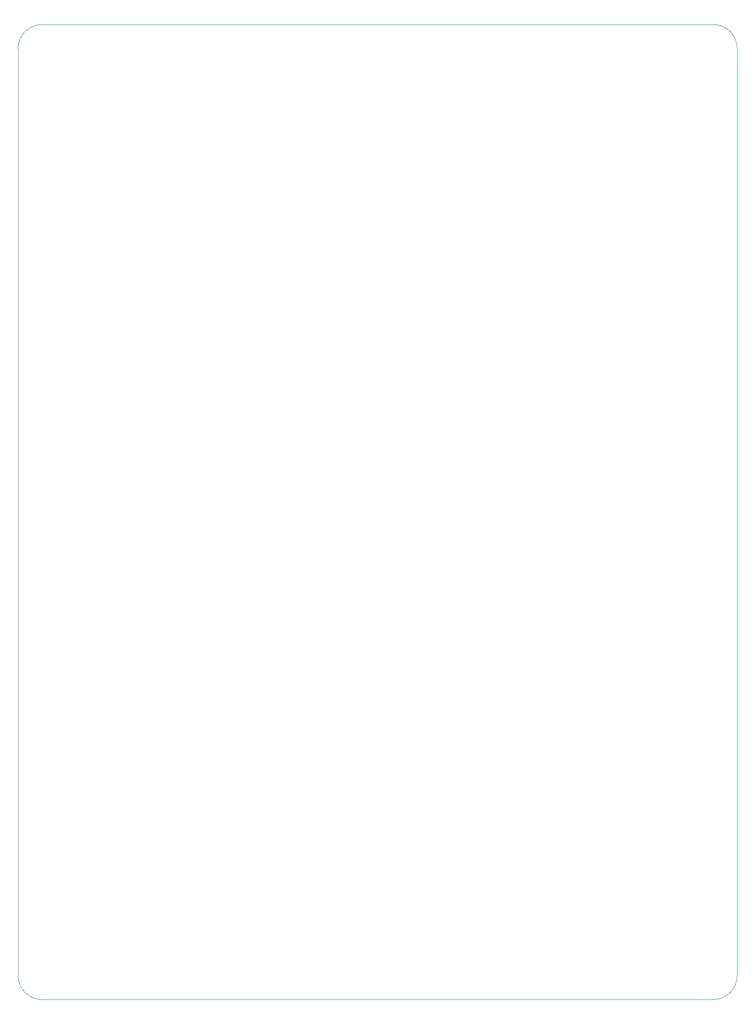
<source format=gbr>
%TF.GenerationSoftware,KiCad,Pcbnew,(6.0.9-0)*%
%TF.CreationDate,2023-10-23T19:11:04-03:00*%
%TF.ProjectId,Faduino-1,46616475-696e-46f2-9d31-2e6b69636164,3*%
%TF.SameCoordinates,Original*%
%TF.FileFunction,Profile,NP*%
%FSLAX46Y46*%
G04 Gerber Fmt 4.6, Leading zero omitted, Abs format (unit mm)*
G04 Created by KiCad (PCBNEW (6.0.9-0)) date 2023-10-23 19:11:04*
%MOMM*%
%LPD*%
G01*
G04 APERTURE LIST*
%TA.AperFunction,Profile*%
%ADD10C,0.050000*%
%TD*%
G04 APERTURE END LIST*
D10*
X58000000Y-29000000D02*
X185500000Y-29000000D01*
X190000000Y-209500000D02*
X190000000Y-33500000D01*
X53500000Y-209500000D02*
X53500000Y-33500000D01*
X185500000Y-214000000D02*
X58000000Y-214000000D01*
X58000000Y-29000000D02*
G75*
G03*
X53500000Y-33500000I0J-4500000D01*
G01*
X53500000Y-209500000D02*
G75*
G03*
X58000000Y-214000000I4500000J0D01*
G01*
X185500000Y-214000000D02*
G75*
G03*
X190000000Y-209500000I0J4500000D01*
G01*
X190000000Y-33500000D02*
G75*
G03*
X185500000Y-29000000I-4500000J0D01*
G01*
M02*

</source>
